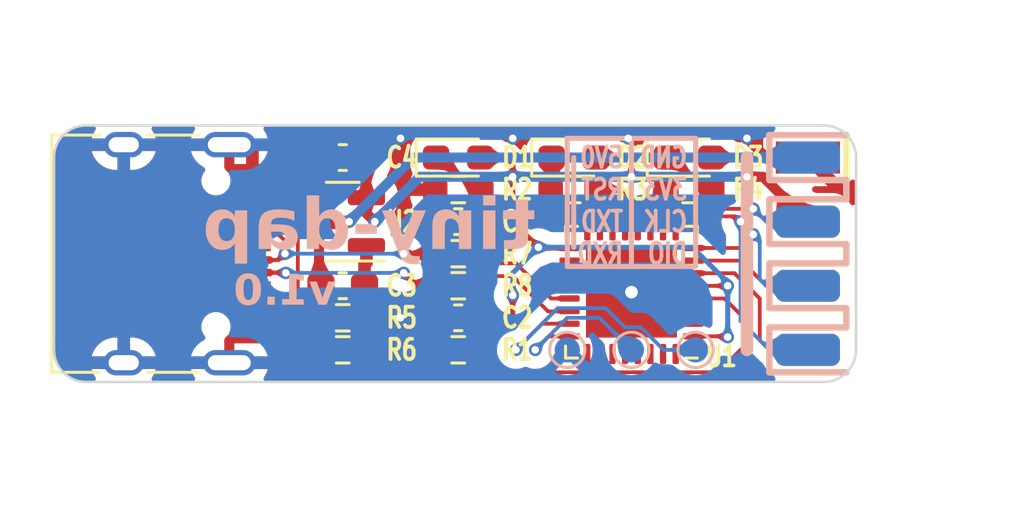
<source format=kicad_pcb>
(kicad_pcb (version 20221018) (generator pcbnew)
  (layers (0 "F.Cu" signal) (31 "B.Cu" signal) (34 "B.Paste" user) (35 "F.Paste" user) (36 "B.SilkS" user "B.Silkscreen") (37 "F.SilkS" user "F.Silkscreen") (38 "B.Mask" user) (39 "F.Mask" user) (44 "Edge.Cuts" user))
  (net 0 "")
  (net 1 "VDD")
  (net 2 "GND")
  (net 3 "/NRST")
  (net 4 "VCC")
  (net 5 "Net-(D1-K)")
  (net 6 "Net-(D2-K)")
  (net 7 "Net-(D3-K)")
  (net 8 "/PA4")
  (net 9 "/PA0")
  (net 10 "/PA2")
  (net 11 "/PA1")
  (net 12 "/PA3")
  (net 13 "Net-(J2-CC1)")
  (net 14 "Net-(J2-D+-PadA6)")
  (net 15 "Net-(J2-D--PadA7)")
  (net 17 "Net-(J2-CC2)")
  (net 19 "/PA5")
  (net 20 "/PA6")
  (net 21 "/PA11")
  (net 22 "/PA12")
  (net 23 "/PA14")
  (net 24 "/PA13")
  (footprint "Resistor_SMD:R_0603_1608Metric_Pad0.98x0.95mm_HandSolder" (layer "F.Cu") (at 36.83 46.99)
    (fp_text reference "R5" (at 1.651 0) (layer "F.SilkS") (effects (font (size 0.8 0.6)) (justify left)))
    (fp_text value "22R")
    (fp_line (start -0.254724 -0.5225) (end 0.254724 -0.5225) (stroke (width 0.12)) (layer "F.SilkS"))
    (fp_line (start -0.254724 0.5225) (end 0.254724 0.5225) (stroke (width 0.12)) (layer "F.SilkS"))
    (pad "1" smd roundrect (at -0.9125 0) (size 0.975 0.95) (layers "F.Cu" "F.Paste" "F.Mask") (net 13 "Net-(J2-CC1)"))
    (pad "2" smd roundrect (at 0.9125 0) (size 0.975 0.95) (layers "F.Cu" "F.Paste" "F.Mask") (net 2 "GND"))
  )
  (footprint "LED_SMD:LED_0603_1608Metric_Pad1.05x0.95mm_HandSolder" (layer "F.Cu") (at 41.402 40.64)
    (fp_text reference "D1" (at 1.651 0) (layer "F.SilkS") (effects (font (size 0.8 0.6)) (justify left)))
    (fp_text value "LED")
    (fp_line (start -1.66 -0.735) (end -1.66 0.735) (stroke (width 0.12)) (layer "F.SilkS"))
    (fp_line (start -1.66 0.735) (end 0.8 0.735) (stroke (width 0.12)) (layer "F.SilkS"))
    (fp_line (start 0.8 -0.735) (end -1.66 -0.735) (stroke (width 0.12)) (layer "F.SilkS"))
    (pad "1" smd roundrect (at -0.875 0) (size 1.05 0.95) (layers "F.Cu" "F.Paste" "F.Mask") (net 5 "Net-(D1-K)"))
    (pad "2" smd roundrect (at 0.875 0) (size 1.05 0.95) (layers "F.Cu" "F.Paste" "F.Mask") (net 1 "VDD"))
  )
  (footprint "Capacitor_SMD:C_0603_1608Metric_Pad1.08x0.95mm_HandSolder" (layer "F.Cu") (at 36.83 40.64 180)
    (fp_text reference "C4" (at -1.651 0) (layer "F.SilkS") (effects (font (size 0.8 0.6)) (justify left)))
    (fp_text value "1uF")
    (fp_line (start -0.146267 -0.51) (end 0.146267 -0.51) (stroke (width 0.12)) (layer "F.SilkS"))
    (fp_line (start -0.146267 0.51) (end 0.146267 0.51) (stroke (width 0.12)) (layer "F.SilkS"))
    (pad "1" smd roundrect (at -0.8625 0 180) (size 1.075 0.95) (layers "F.Cu" "F.Paste" "F.Mask") (net 1 "VDD"))
    (pad "2" smd roundrect (at 0.8625 0 180) (size 1.075 0.95) (layers "F.Cu" "F.Paste" "F.Mask") (net 2 "GND"))
  )
  (footprint "Resistor_SMD:R_0603_1608Metric_Pad0.98x0.95mm_HandSolder" (layer "F.Cu") (at 50.546 41.91)
    (fp_text reference "R4" (at 1.651 0) (layer "F.SilkS") (effects (font (size 0.8 0.6)) (justify left)))
    (fp_text value "4K7")
    (fp_line (start -0.254724 -0.5225) (end 0.254724 -0.5225) (stroke (width 0.12)) (layer "F.SilkS"))
    (fp_line (start -0.254724 0.5225) (end 0.254724 0.5225) (stroke (width 0.12)) (layer "F.SilkS"))
    (pad "1" smd roundrect (at -0.9125 0) (size 0.975 0.95) (layers "F.Cu" "F.Paste" "F.Mask") (net 19 "/PA5"))
    (pad "2" smd roundrect (at 0.9125 0) (size 0.975 0.95) (layers "F.Cu" "F.Paste" "F.Mask") (net 7 "Net-(D3-K)"))
  )
  (footprint "Connector_PinHeader_2.54mm:PinHeader_2x04_P2.54mm_Horizonal_Edge" (layer "F.Cu") (at 55.245 44.45)
    (fp_text reference "J1" hide)
    (fp_text value "Conn_02x04_Odd_Even")
    (fp_line (start -1.524 -4.699) (end -1.524 -2.921) (stroke (width 0.254)) (layer "B.SilkS"))
    (fp_line (start -1.524 -2.921) (end 1.524 -2.921) (stroke (width 0.254)) (layer "B.SilkS"))
    (fp_line (start -1.524 -2.159) (end -1.524 -0.381) (stroke (width 0.254)) (layer "B.SilkS"))
    (fp_line (start -1.524 -0.381) (end 1.524 -0.381) (stroke (width 0.254)) (layer "B.SilkS"))
    (fp_line (start -1.524 0.381) (end -1.524 2.159) (stroke (width 0.254)) (layer "B.SilkS"))
    (fp_line (start -1.524 2.159) (end 1.524 2.159) (stroke (width 0.254)) (layer "B.SilkS"))
    (fp_line (start -1.524 2.921) (end -1.524 4.699) (stroke (width 0.254)) (layer "B.SilkS"))
    (fp_line (start -1.524 4.699) (end 1.524 4.699) (stroke (width 0.254)) (layer "B.SilkS"))
    (fp_line (start 1.524 -4.699) (end -1.524 -4.699) (stroke (width 0.254)) (layer "B.SilkS"))
    (fp_line (start 1.524 -2.921) (end 1.524 -2.159) (stroke (width 0.254)) (layer "B.SilkS"))
    (fp_line (start 1.524 -2.159) (end -1.524 -2.159) (stroke (width 0.254)) (layer "B.SilkS"))
    (fp_line (start 1.524 -0.381) (end 1.524 0.381) (stroke (width 0.254)) (layer "B.SilkS"))
    (fp_line (start 1.524 0.381) (end -1.524 0.381) (stroke (width 0.254)) (layer "B.SilkS"))
    (fp_line (start 1.524 2.159) (end 1.524 2.921) (stroke (width 0.254)) (layer "B.SilkS"))
    (fp_line (start 1.524 2.921) (end -1.524 2.921) (stroke (width 0.254)) (layer "B.SilkS"))
    (fp_line (start -1.524 -4.699) (end -1.524 -2.921) (stroke (width 0.254)) (layer "F.SilkS"))
    (fp_line (start -1.524 -2.921) (end 1.524 -2.921) (stroke (width 0.254)) (layer "F.SilkS"))
    (fp_line (start -1.524 -2.159) (end -1.524 -0.381) (stroke (width 0.254)) (layer "F.SilkS"))
    (fp_line (start -1.524 -0.381) (end 1.524 -0.381) (stroke (width 0.254)) (layer "F.SilkS"))
    (fp_line (start -1.524 0.381) (end -1.524 2.159) (stroke (width 0.254)) (layer "F.SilkS"))
    (fp_line (start -1.524 2.159) (end 1.524 2.159) (stroke (width 0.254)) (layer "F.SilkS"))
    (fp_line (start -1.524 3.048) (end -1.524 4.572) (stroke (width 0.254)) (layer "F.SilkS"))
    (fp_line (start -1.524 4.699) (end 1.524 4.699) (stroke (width 0.254)) (layer "F.SilkS"))
    (fp_line (start 1.524 -4.699) (end -1.524 -4.699) (stroke (width 0.254)) (layer "F.SilkS"))
    (fp_line (start 1.524 -4.699) (end 1.524 -2.921) (stroke (width 0.254)) (layer "F.SilkS"))
    (fp_line (start 1.524 -2.921) (end 1.524 -2.159) (stroke (width 0.254)) (layer "F.SilkS"))
    (fp_line (start 1.524 -2.159) (end -1.524 -2.159) (stroke (width 0.254)) (layer "F.SilkS"))
    (fp_line (start 1.524 -0.381) (end 1.524 0.381) (stroke (width 0.254)) (layer "F.SilkS"))
    (fp_line (start 1.524 0.381) (end -1.524 0.381) (stroke (width 0.254)) (layer "F.SilkS"))
    (fp_line (start 1.524 2.159) (end 1.524 2.921) (stroke (width 0.254)) (layer "F.SilkS"))
    (fp_line (start 1.524 2.921) (end -1.524 2.921) (stroke (width 0.254)) (layer "F.SilkS"))
    (pad "1" smd rect (at 0 -3.81) (size 2.54 1.27) (layers "F.Cu" "F.Paste" "F.Mask") (net 2 "GND"))
    (pad "2" smd roundrect (at 0 -3.81) (size 2.54 1.27) (layers "B.Cu" "B.Paste" "B.Mask") (net 4 "VCC"))
    (pad "3" smd roundrect (at 0 -1.27) (size 2.54 1.27) (layers "F.Cu" "F.Paste" "F.Mask") (net 1 "VDD"))
    (pad "4" smd roundrect (at 0 -1.27) (size 2.54 1.27) (layers "B.Cu" "B.Paste" "B.Mask") (net 8 "/PA4"))
    (pad "5" smd roundrect (at 0 1.27) (size 2.54 1.27) (layers "F.Cu" "F.Paste" "F.Mask") (net 11 "/PA1"))
    (pad "6" smd roundrect (at 0 1.27) (size 2.54 1.27) (layers "B.Cu" "B.Paste" "B.Mask") (net 10 "/PA2"))
    (pad "7" smd roundrect (at 0 3.81) (size 2.54 1.27) (layers "F.Cu" "F.Paste" "F.Mask") (net 9 "/PA0"))
    (pad "8" smd roundrect (at 0 3.81) (size 2.54 1.27) (layers "B.Cu" "B.Paste" "B.Mask") (net 12 "/PA3"))
  )
  (footprint "Capacitor_SMD:C_0603_1608Metric_Pad1.08x0.95mm_HandSolder" (layer "F.Cu") (at 41.402 46.99 180)
    (fp_text reference "C2" (at -1.651 0) (layer "F.SilkS") (effects (font (size 0.8 0.6)) (justify left)))
    (fp_text value "100nF")
    (fp_line (start -0.146267 -0.51) (end 0.146267 -0.51) (stroke (width 0.12)) (layer "F.SilkS"))
    (fp_line (start -0.146267 0.51) (end 0.146267 0.51) (stroke (width 0.12)) (layer "F.SilkS"))
    (pad "1" smd roundrect (at -0.8625 0 180) (size 1.075 0.95) (layers "F.Cu" "F.Paste" "F.Mask") (net 3 "/NRST"))
    (pad "2" smd roundrect (at 0.8625 0 180) (size 1.075 0.95) (layers "F.Cu" "F.Paste" "F.Mask") (net 2 "GND"))
  )
  (footprint "Resistor_SMD:R_0603_1608Metric_Pad0.98x0.95mm_HandSolder" (layer "F.Cu") (at 41.402 48.26 180)
    (fp_text reference "R1" (at -1.651 0) (layer "F.SilkS") (effects (font (size 0.8 0.6)) (justify left)))
    (fp_text value "10K")
    (fp_line (start -0.254724 -0.5225) (end 0.254724 -0.5225) (stroke (width 0.12)) (layer "F.SilkS"))
    (fp_line (start -0.254724 0.5225) (end 0.254724 0.5225) (stroke (width 0.12)) (layer "F.SilkS"))
    (pad "1" smd roundrect (at -0.9125 0 180) (size 0.975 0.95) (layers "F.Cu" "F.Paste" "F.Mask") (net 1 "VDD"))
    (pad "2" smd roundrect (at 0.9125 0 180) (size 0.975 0.95) (layers "F.Cu" "F.Paste" "F.Mask") (net 3 "/NRST"))
  )
  (footprint "Resistor_SMD:R_0603_1608Metric_Pad0.98x0.95mm_HandSolder" (layer "F.Cu") (at 45.974 41.91 180)
    (fp_text reference "R3" (at -1.651 0) (layer "F.SilkS") (effects (font (size 0.8 0.6)) (justify left)))
    (fp_text value "4K7")
    (fp_line (start -0.254724 -0.5225) (end 0.254724 -0.5225) (stroke (width 0.12)) (layer "F.SilkS"))
    (fp_line (start -0.254724 0.5225) (end 0.254724 0.5225) (stroke (width 0.12)) (layer "F.SilkS"))
    (pad "1" smd roundrect (at -0.9125 0 180) (size 0.975 0.95) (layers "F.Cu" "F.Paste" "F.Mask") (net 20 "/PA6"))
    (pad "2" smd roundrect (at 0.9125 0 180) (size 0.975 0.95) (layers "F.Cu" "F.Paste" "F.Mask") (net 6 "Net-(D2-K)"))
  )
  (footprint "Resistor_SMD:R_0603_1608Metric_Pad0.98x0.95mm_HandSolder" (layer "F.Cu") (at 36.83 48.26)
    (fp_text reference "R6" (at 1.651 0) (layer "F.SilkS") (effects (font (size 0.8 0.6)) (justify left)))
    (fp_text value "22R")
    (fp_line (start -0.254724 -0.5225) (end 0.254724 -0.5225) (stroke (width 0.12)) (layer "F.SilkS"))
    (fp_line (start -0.254724 0.5225) (end 0.254724 0.5225) (stroke (width 0.12)) (layer "F.SilkS"))
    (pad "1" smd roundrect (at -0.9125 0) (size 0.975 0.95) (layers "F.Cu" "F.Paste" "F.Mask") (net 17 "Net-(J2-CC2)"))
    (pad "2" smd roundrect (at 0.9125 0) (size 0.975 0.95) (layers "F.Cu" "F.Paste" "F.Mask") (net 2 "GND"))
  )
  (footprint "Connector_USB:USB_C_Receptacle_HRO_TYPE-C-31-M-12" (layer "F.Cu") (at 29.21 44.45 -90)
    (fp_text reference "J2" hide)
    (fp_text value "USB_C_Receptacle_USB2.0")
    (fp_line (start -4.7 -1.9) (end -4.7 0.1) (stroke (width 0.12)) (layer "F.SilkS"))
    (fp_line (start -4.7 2) (end -4.7 3.9) (stroke (width 0.12)) (layer "F.SilkS"))
    (fp_line (start -4.7 3.9) (end 4.7 3.9) (stroke (width 0.12)) (layer "F.SilkS"))
    (fp_line (start 4.7 -1.9) (end 4.7 0.1) (stroke (width 0.12)) (layer "F.SilkS"))
    (fp_line (start 4.7 2) (end 4.7 3.9) (stroke (width 0.12)) (layer "F.SilkS"))
    (pad "" np_thru_hole circle (at -2.89 -2.6 270) (size 0.65 0.65) (drill 0.65) (layers "*.Cu" "*.Mask"))
    (pad "" np_thru_hole circle (at 2.89 -2.6 270) (size 0.65 0.65) (drill 0.65) (layers "*.Cu" "*.Mask"))
    (pad "A1" smd rect (at -3.25 -4.045 270) (size 0.6 1.45) (layers "F.Cu" "F.Paste" "F.Mask") (net 2 "GND"))
    (pad "A4" smd rect (at -2.45 -4.045 270) (size 0.6 1.45) (layers "F.Cu" "F.Paste" "F.Mask") (net 4 "VCC"))
    (pad "A5" smd rect (at -1.25 -4.045 270) (size 0.3 1.45) (layers "F.Cu" "F.Paste" "F.Mask") (net 13 "Net-(J2-CC1)"))
    (pad "A6" smd rect (at -0.25 -4.045 270) (size 0.3 1.45) (layers "F.Cu" "F.Paste" "F.Mask") (net 14 "Net-(J2-D+-PadA6)"))
    (pad "A7" smd rect (at 0.25 -4.045 270) (size 0.3 1.45) (layers "F.Cu" "F.Paste" "F.Mask") (net 15 "Net-(J2-D--PadA7)"))
    (pad "A8" smd rect (at 1.25 -4.045 270) (size 0.3 1.45) (layers "F.Cu" "F.Paste" "F.Mask"))
    (pad "A9" smd rect (at 2.45 -4.045 270) (size 0.6 1.45) (layers "F.Cu" "F.Paste" "F.Mask") (net 4 "VCC"))
    (pad "A12" smd rect (at 3.25 -4.045 270) (size 0.6 1.45) (layers "F.Cu" "F.Paste" "F.Mask") (net 2 "GND"))
    (pad "B1" smd rect (at 3.25 -4.045 270) (size 0.6 1.45) (layers "F.Cu" "F.Paste" "F.Mask") (net 2 "GND"))
    (pad "B4" smd rect (at 2.45 -4.045 270) (size 0.6 1.45) (layers "F.Cu" "F.Paste" "F.Mask") (net 4 "VCC"))
    (pad "B5" smd rect (at 1.75 -4.045 270) (size 0.3 1.45) (layers "F.Cu" "F.Paste" "F.Mask") (net 17 "Net-(J2-CC2)"))
    (pad "B6" smd rect (at 0.75 -4.045 270) (size 0.3 1.45) (layers "F.Cu" "F.Paste" "F.Mask") (net 14 "Net-(J2-D+-PadA6)"))
    (pad "B7" smd rect (at -0.75 -4.045 270) (size 0.3 1.45) (layers "F.Cu" "F.Paste" "F.Mask") (net 15 "Net-(J2-D--PadA7)"))
    (pad "B8" smd rect (at -1.75 -4.045 270) (size 0.3 1.45) (layers "F.Cu" "F.Paste" "F.Mask"))
    (pad "B9" smd rect (at -2.45 -4.045 270) (size 0.6 1.45) (layers "F.Cu" "F.Paste" "F.Mask") (net 4 "VCC"))
    (pad "B12" smd rect (at -3.25 -4.045 270) (size 0.6 1.45) (layers "F.Cu" "F.Paste" "F.Mask") (net 2 "GND"))
    (pad "S1" thru_hole oval (at -4.32 -3.13 270) (size 1 2.1) (drill oval 0.6 1.7) (layers "*.Cu" "*.Mask") (net 2 "GND"))
    (pad "S1" thru_hole oval (at -4.32 1.05 270) (size 1 1.6) (drill oval 0.6 1.2) (layers "*.Cu" "*.Mask") (net 2 "GND"))
    (pad "S1" thru_hole oval (at 4.32 -3.13 270) (size 1 2.1) (drill oval 0.6 1.7) (layers "*.Cu" "*.Mask") (net 2 "GND"))
    (pad "S1" thru_hole oval (at 4.32 1.05 270) (size 1 1.6) (drill oval 0.6 1.2) (layers "*.Cu" "*.Mask") (net 2 "GND"))
  )
  (footprint "Capacitor_SMD:C_0603_1608Metric_Pad1.08x0.95mm_HandSolder" (layer "F.Cu") (at 36.83 45.72)
    (fp_text reference "C3" (at 1.651 0) (layer "F.SilkS") (effects (font (size 0.8 0.6)) (justify left)))
    (fp_text value "1uF")
    (fp_line (start -0.146267 -0.51) (end 0.146267 -0.51) (stroke (width 0.12)) (layer "F.SilkS"))
    (fp_line (start -0.146267 0.51) (end 0.146267 0.51) (stroke (width 0.12)) (layer "F.SilkS"))
    (pad "1" smd roundrect (at -0.8625 0) (size 1.075 0.95) (layers "F.Cu" "F.Paste" "F.Mask") (net 4 "VCC"))
    (pad "2" smd roundrect (at 0.8625 0) (size 1.075 0.95) (layers "F.Cu" "F.Paste" "F.Mask") (net 2 "GND"))
  )
  (footprint "Resistor_SMD:R_0603_1608Metric_Pad0.98x0.95mm_HandSolder" (layer "F.Cu") (at 41.402 44.45)
    (fp_text reference "R7" (at 1.651 0) (layer "F.SilkS") (effects (font (size 0.8 0.6)) (justify left)))
    (fp_text value "22R")
    (fp_line (start -0.254724 -0.5225) (end 0.254724 -0.5225) (stroke (width 0.12)) (layer "F.SilkS"))
    (fp_line (start -0.254724 0.5225) (end 0.254724 0.5225) (stroke (width 0.12)) (layer "F.SilkS"))
    (pad "1" smd roundrect (at -0.9125 0) (size 0.975 0.95) (layers "F.Cu" "F.Paste" "F.Mask") (net 15 "Net-(J2-D--PadA7)"))
    (pad "2" smd roundrect (at 0.9125 0) (size 0.975 0.95) (layers "F.Cu" "F.Paste" "F.Mask") (net 21 "/PA11"))
  )
  (footprint "Resistor_SMD:R_0603_1608Metric_Pad0.98x0.95mm_HandSolder" (layer "F.Cu") (at 41.402 45.72)
    (fp_text reference "R8" (at 1.651 0) (layer "F.SilkS") (effects (font (size 0.8 0.6)) (justify left)))
    (fp_text value "22R")
    (fp_line (start -0.254724 -0.5225) (end 0.254724 -0.5225) (stroke (width 0.12)) (layer "F.SilkS"))
    (fp_line (start -0.254724 0.5225) (end 0.254724 0.5225) (stroke (width 0.12)) (layer "F.SilkS"))
    (pad "1" smd roundrect (at -0.9125 0) (size 0.975 0.95) (layers "F.Cu" "F.Paste" "F.Mask") (net 14 "Net-(J2-D+-PadA6)"))
    (pad "2" smd roundrect (at 0.9125 0) (size 0.975 0.95) (layers "F.Cu" "F.Paste" "F.Mask") (net 22 "/PA12"))
  )
  (footprint "Package_DFN_QFN:QFN-32-1EP_5x5mm_P0.5mm_EP3.6x3.6mm" (layer "F.Cu") (at 48.26 45.974 180)
    (fp_text reference "U1" (at -3.556 -2.54 180) (layer "F.SilkS") (effects (font (size 0.8 0.6))))
    (fp_text value "MCU")
    (fp_line (start -2.61 2.61) (end -2.61 2.135) (stroke (width 0.12)) (layer "F.SilkS"))
    (fp_line (start -2.135 -2.61) (end -2.61 -2.61) (stroke (width 0.12)) (layer "F.SilkS"))
    (fp_line (start -2.135 2.61) (end -2.61 2.61) (stroke (width 0.12)) (layer "F.SilkS"))
    (fp_line (start 2.135 -2.61) (end 2.61 -2.61) (stroke (width 0.12)) (layer "F.SilkS"))
    (fp_line (start 2.135 2.61) (end 2.61 2.61) (stroke (width 0.12)) (layer "F.SilkS"))
    (fp_line (start 2.61 -2.61) (end 2.61 -2.135) (stroke (width 0.12)) (layer "F.SilkS"))
    (fp_line (start 2.61 2.61) (end 2.61 2.135) (stroke (width 0.12)) (layer "F.SilkS"))
    (pad "1" smd roundrect (at -2.45 -1.75 180) (size 0.8 0.25) (layers "F.Cu" "F.Paste" "F.Mask") (net 1 "VDD"))
    (pad "2" smd roundrect (at -2.45 -1.25 180) (size 0.8 0.25) (layers "F.Cu" "F.Paste" "F.Mask"))
    (pad "3" smd roundrect (at -2.45 -0.75 180) (size 0.8 0.25) (layers "F.Cu" "F.Paste" "F.Mask"))
    (pad "4" smd roundrect (at -2.45 -0.25 180) (size 0.8 0.25) (layers "F.Cu" "F.Paste" "F.Mask") (net 3 "/NRST"))
    (pad "5" smd roundrect (at -2.45 0.25 180) (size 0.8 0.25) (layers "F.Cu" "F.Paste" "F.Mask") (net 1 "VDD"))
    (pad "6" smd roundrect (at -2.45 0.75 180) (size 0.8 0.25) (layers "F.Cu" "F.Paste" "F.Mask") (net 9 "/PA0"))
    (pad "7" smd roundrect (at -2.45 1.25 180) (size 0.8 0.25) (layers "F.Cu" "F.Paste" "F.Mask") (net 11 "/PA1"))
    (pad "8" smd roundrect (at -2.45 1.75 180) (size 0.8 0.25) (layers "F.Cu" "F.Paste" "F.Mask") (net 10 "/PA2"))
    (pad "9" smd roundrect (at -1.75 2.45 180) (size 0.25 0.8) (layers "F.Cu" "F.Paste" "F.Mask") (net 12 "/PA3"))
    (pad "10" smd roundrect (at -1.25 2.45 180) (size 0.25 0.8) (layers "F.Cu" "F.Paste" "F.Mask") (net 8 "/PA4"))
    (pad "11" smd roundrect (at -0.75 2.45 180) (size 0.25 0.8) (layers "F.Cu" "F.Paste" "F.Mask") (net 19 "/PA5"))
    (pad "12" smd roundrect (at -0.25 2.45 180) (size 0.25 0.8) (layers "F.Cu" "F.Paste" "F.Mask") (net 20 "/PA6"))
    (pad "13" smd roundrect (at 0.25 2.45 180) (size 0.25 0.8) (layers "F.Cu" "F.Paste" "F.Mask"))
    (pad "14" smd roundrect (at 0.75 2.45 180) (size 0.25 0.8) (layers "F.Cu" "F.Paste" "F.Mask"))
    (pad "15" smd roundrect (at 1.25 2.45 180) (size 0.25 0.8) (layers "F.Cu" "F.Paste" "F.Mask"))
    (pad "16" smd roundrect (at 1.75 2.45 180) (size 0.25 0.8) (layers "F.Cu" "F.Paste" "F.Mask"))
    (pad "17" smd roundrect (at 2.45 1.75 180) (size 0.8 0.25) (layers "F.Cu" "F.Paste" "F.Mask") (net 1 "VDD"))
    (pad "18" smd roundrect (at 2.45 1.25 180) (size 0.8 0.25) (layers "F.Cu" "F.Paste" "F.Mask"))
    (pad "19" smd roundrect (at 2.45 0.75 180) (size 0.8 0.25) (layers "F.Cu" "F.Paste" "F.Mask"))
    (pad "20" smd roundrect (at 2.45 0.25 180) (size 0.8 0.25) (layers "F.Cu" "F.Paste" "F.Mask"))
    (pad "21" smd roundrect (at 2.45 -0.25 180) (size 0.8 0.25) (layers "F.Cu" "F.Paste" "F.Mask") (net 21 "/PA11"))
    (pad "22" smd roundrect (at 2.45 -0.75 180) (size 0.8 0.25) (layers "F.Cu" "F.Paste" "F.Mask") (net 22 "/PA12"))
    (pad "23" smd roundrect (at 2.45 -1.25 180) (size 0.8 0.25) (layers "F.Cu" "F.Paste" "F.Mask") (net 24 "/PA13"))
    (pad "24" smd roundrect (at 2.45 -1.75 180) (size 0.8 0.25) (layers "F.Cu" "F.Paste" "F.Mask") (net 23 "/PA14"))
    (pad "25" smd roundrect (at 1.75 -2.45 180) (size 0.25 0.8) (layers "F.Cu" "F.Paste" "F.Mask"))
    (pad "26" smd roundrect (at 1.25 -2.45 180) (size 0.25 0.8) (layers "F.Cu" "F.Paste" "F.Mask"))
    (pad "27" smd roundrect (at 0.75 -2.45 180) (size 0.25 0.8) (layers "F.Cu" "F.Paste" "F.Mask"))
    (pad "28" smd roundrect (at 0.25 -2.45 180) (size 0.25 0.8) (layers "F.Cu" "F.Paste" "F.Mask"))
    (pad "29" smd roundrect (at -0.25 -2.45 180) (size 0.25 0.8) (layers "F.Cu" "F.Paste" "F.Mask"))
    (pad "30" smd roundrect (at -0.75 -2.45 180) (size 0.25 0.8) (layers "F.Cu" "F.Paste" "F.Mask"))
    (pad "31" smd roundrect (at -1.25 -2.45 180) (size 0.25 0.8) (layers "F.Cu" "F.Paste" "F.Mask"))
    (pad "32" smd roundrect (at -1.75 -2.45 180) (size 0.25 0.8) (layers "F.Cu" "F.Paste" "F.Mask"))
    (pad "33" smd rect (at 0 0 180) (size 3.6 3.6) (layers "F.Cu" "F.Mask") (net 2 "GND"))
  )
  (footprint "Package_TO_SOT_SMD:SOT-23" (layer "F.Cu") (at 36.83 43.18 180)
    (fp_text reference "U2" (at -1.651 0) (layer "F.SilkS") (effects (font (size 0.8 0.6)) (justify left)))
    (fp_text value "XC6206PxxxMR")
    (fp_line (start 0 -1.56) (end -1.675 -1.56) (stroke (width 0.12)) (layer "F.SilkS"))
    (fp_line (start 0 -1.56) (end 0.65 -1.56) (stroke (width 0.12)) (layer "F.SilkS"))
    (fp_line (start 0 1.56) (end -0.65 1.56) (stroke (width 0.12)) (layer "F.SilkS"))
    (fp_line (start 0 1.56) (end 0.65 1.56) (stroke (width 0.12)) (layer "F.SilkS"))
    (pad "1" smd roundrect (at -0.9375 -0.95 180) (size 1.475 0.6) (layers "F.Cu" "F.Paste" "F.Mask") (net 2 "GND"))
    (pad "2" smd roundrect (at -0.9375 0.95 180) (size 1.475 0.6) (layers "F.Cu" "F.Paste" "F.Mask") (net 1 "VDD"))
    (pad "3" smd roundrect (at 0.9375 0 180) (size 1.475 0.6) (layers "F.Cu" "F.Paste" "F.Mask") (net 4 "VCC"))
  )
  (footprint "LED_SMD:LED_0603_1608Metric_Pad1.05x0.95mm_HandSolder" (layer "F.Cu") (at 45.974 40.64)
    (fp_text reference "D2" (at 1.651 0) (layer "F.SilkS") (effects (font (size 0.8 0.6)) (justify left)))
    (fp_text value "LED")
    (fp_line (start -1.66 -0.735) (end -1.66 0.735) (stroke (width 0.12)) (layer "F.SilkS"))
    (fp_line (start -1.66 0.735) (end 0.8 0.735) (stroke (width 0.12)) (layer "F.SilkS"))
    (fp_line (start 0.8 -0.735) (end -1.66 -0.735) (stroke (width 0.12)) (layer "F.SilkS"))
    (pad "1" smd roundrect (at -0.875 0) (size 1.05 0.95) (layers "F.Cu" "F.Paste" "F.Mask") (net 6 "Net-(D2-K)"))
    (pad "2" smd roundrect (at 0.875 0) (size 1.05 0.95) (layers "F.Cu" "F.Paste" "F.Mask") (net 1 "VDD"))
  )
  (footprint "Capacitor_SMD:C_0603_1608Metric_Pad1.08x0.95mm_HandSolder" (layer "F.Cu") (at 41.402 43.18 180)
    (fp_text reference "C1" (at -1.651 0) (layer "F.SilkS") (effects (font (size 0.8 0.6)) (justify left)))
    (fp_text value "100nF")
    (fp_line (start -0.146267 -0.51) (end 0.146267 -0.51) (stroke (width 0.12)) (layer "F.SilkS"))
    (fp_line (start -0.146267 0.51) (end 0.146267 0.51) (stroke (width 0.12)) (layer "F.SilkS"))
    (pad "1" smd roundrect (at -0.8625 0 180) (size 1.075 0.95) (layers "F.Cu" "F.Paste" "F.Mask") (net 1 "VDD"))
    (pad "2" smd roundrect (at 0.8625 0 180) (size 1.075 0.95) (layers "F.Cu" "F.Paste" "F.Mask") (net 2 "GND"))
  )
  (footprint "LED_SMD:LED_0603_1608Metric_Pad1.05x0.95mm_HandSolder" (layer "F.Cu") (at 50.546 40.64)
    (fp_text reference "D3" (at 1.651 0) (layer "F.SilkS") (effects (font (size 0.8 0.6)) (justify left)))
    (fp_text value "LED")
    (fp_line (start -1.66 -0.735) (end -1.66 0.735) (stroke (width 0.12)) (layer "F.SilkS"))
    (fp_line (start -1.66 0.735) (end 0.8 0.735) (stroke (width 0.12)) (layer "F.SilkS"))
    (fp_line (start 0.8 -0.735) (end -1.66 -0.735) (stroke (width 0.12)) (layer "F.SilkS"))
    (pad "1" smd roundrect (at -0.875 0) (size 1.05 0.95) (layers "F.Cu" "F.Paste" "F.Mask") (net 7 "Net-(D3-K)"))
    (pad "2" smd roundrect (at 0.875 0) (size 1.05 0.95) (layers "F.Cu" "F.Paste" "F.Mask") (net 1 "VDD"))
  )
  (footprint "Resistor_SMD:R_0603_1608Metric_Pad0.98x0.95mm_HandSolder" (layer "F.Cu") (at 41.402 41.91)
    (fp_text reference "R2" (at 1.651 0) (layer "F.SilkS") (effects (font (size 0.8 0.6)) (justify left)))
    (fp_text value "4K7")
    (fp_line (start -0.254724 -0.5225) (end 0.254724 -0.5225) (stroke (width 0.12)) (layer "F.SilkS"))
    (fp_line (start -0.254724 0.5225) (end 0.254724 0.5225) (stroke (width 0.12)) (layer "F.SilkS"))
    (pad "1" smd roundrect (at -0.9125 0) (size 0.975 0.95) (layers "F.Cu" "F.Paste" "F.Mask") (net 2 "GND"))
    (pad "2" smd roundrect (at 0.9125 0) (size 0.975 0.95) (layers "F.Cu" "F.Paste" "F.Mask") (net 5 "Net-(D1-K)"))
  )
  (footprint "TestPoint:TestPoint_Pad_D1.0mm" (layer "B.Cu") (at 45.72 48.26 180)
    (fp_text reference "TP3" hide)
    (fp_text value "GND")
    (fp_circle (center 0 0) (end 0 -0.7) (stroke (width 0.12)) (fill none) (layer "B.SilkS"))
    (pad "1" smd circle (at 0 0 180) (size 1 1) (layers "B.Cu" "B.Mask") (net 2 "GND"))
  )
  (footprint "TestPoint:TestPoint_Pad_D1.0mm" (layer "B.Cu") (at 50.8 48.26 180)
    (fp_text reference "TP2" hide)
    (fp_text value "SWCLK")
    (fp_circle (center 0 0) (end 0 -0.7) (stroke (width 0.12)) (fill none) (layer "B.SilkS"))
    (pad "1" smd circle (at 0 0 180) (size 1 1) (layers "B.Cu" "B.Mask") (net 24 "/PA13"))
  )
  (footprint "TestPoint:TestPoint_Pad_D1.0mm" (layer "B.Cu") (at 48.26 48.26 180)
    (fp_text reference "TP1" hide)
    (fp_text value "SWCLK")
    (fp_circle (center 0 0) (end 0 -0.7) (stroke (width 0.12)) (fill none) (layer "B.SilkS"))
    (pad "1" smd circle (at 0 0 180) (size 1 1) (layers "B.Cu" "B.Mask") (net 23 "/PA14"))
  )
  (gr_rect (start 45.72 39.878) (end 50.8 44.958) (stroke (width 0.2)) (fill none) (layer "B.SilkS"))
  (gr_line (start 48.26 39.878) (end 48.26 44.958) (stroke (width 0.2)) (layer "B.SilkS"))
  (gr_line (start 52.832 40.64) (end 52.832 48.26) (stroke (width 0.5)) (layer "B.SilkS"))
  (gr_line (start 45.974 40.64) (end 45.974 44.196) (stroke (width 0.2)) (layer "B.SilkS"))
  (gr_line (start 55.88 39.37) (end 26.67 39.37) (stroke (width 0.1)) (layer "Edge.Cuts"))
  (gr_arc (start 26.67 49.53) (mid 25.771974 49.158026) (end 25.4 48.26) (stroke (width 0.1)) (layer "Edge.Cuts"))
  (gr_line (start 26.67 49.53) (end 55.88 49.53) (stroke (width 0.1)) (layer "Edge.Cuts"))
  (gr_arc (start 55.88 39.37) (mid 56.778026 39.741974) (end 57.15 40.64) (stroke (width 0.1)) (layer "Edge.Cuts"))
  (gr_line (start 25.4 40.64) (end 25.4 48.26) (stroke (width 0.1)) (layer "Edge.Cuts"))
  (gr_arc (start 57.15 48.26) (mid 56.778026 49.158026) (end 55.88 49.53) (stroke (width 0.1)) (layer "Edge.Cuts"))
  (gr_arc (start 25.4 40.64) (mid 25.771974 39.741974) (end 26.67 39.37) (stroke (width 0.1)) (layer "Edge.Cuts"))
  (gr_line (start 57.15 40.64) (end 57.15 48.26) (stroke (width 0.1)) (layer "Edge.Cuts"))
  (gr_text "tiny-dap" (at 44.45 43.434) (layer "B.SilkS") (effects (font (size 2 2) (thickness 0.5) bold) (justify left mirror)))
  (gr_text "DIO" (at 50.546 44.45) (layer "B.SilkS") (effects (font (size 0.8 0.6)) (justify left mirror)))
  (gr_text "RST" (at 48.006 41.91) (layer "B.SilkS") (effects (font (size 0.8 0.6)) (justify left mirror)))
  (gr_text "GND" (at 50.546 40.64) (layer "B.SilkS") (effects (font (size 0.8 0.6)) (justify left mirror)))
  (gr_text "v1.0" (at 36.576 45.974) (layer "B.SilkS") (effects (font (size 1.2 1.2) (thickness 0.3) bold) (justify left mirror)))
  (gr_text "TXD" (at 48.006 43.18) (layer "B.SilkS") (effects (font (size 0.8 0.6)) (justify left mirror)))
  (gr_text "3V3" (at 50.546 41.91) (layer "B.SilkS") (effects (font (size 0.8 0.6)) (justify left mirror)))
  (gr_text "5V0" (at 48.006 40.64) (layer "B.SilkS") (effects (font (size 0.8 0.6)) (justify left mirror)))
  (gr_text "RXD" (at 48.006 44.45) (layer "B.SilkS") (effects (font (size 0.8 0.6)) (justify left mirror)))
  (gr_text "CLK" (at 50.546 43.18) (layer "B.SilkS") (effects (font (size 0.8 0.6)) (justify left mirror)))
  (segment (start 44.577 44.196) (end 43.561 43.18) (width 0.2) (layer "F.Cu") (net 1))
  (segment (start 43.561 46.101) (end 43.561 47.0135) (width 0.2) (layer "F.Cu") (net 1))
  (segment (start 37.7675 40.715) (end 37.6925 40.64) (width 0.4) (layer "F.Cu") (net 1))
  (segment (start 52.832 40.894) (end 52.832 41.402) (width 0.2) (layer "F.Cu") (net 1))
  (segment (start 46.849 40.64) (end 48.006 40.64) (width 0.2) (layer "F.Cu") (net 1))
  (segment (start 50.71 47.724) (end 52.042 47.724) (width 0.15) (layer "F.Cu") (net 1))
  (segment (start 37.7675 42.8475) (end 38.1 43.18) (width 0.4) (layer "F.Cu") (net 1))
  (segment (start 51.421 40.64) (end 52.578 40.64) (width 0.2) (layer "F.Cu") (net 1))
  (segment (start 45.81 44.224) (end 44.605 44.224) (width 0.2) (layer "F.Cu") (net 1))
  (segment (start 43.561 40.894) (end 43.307 40.64) (width 0.2) (layer "F.Cu") (net 1))
  (segment (start 37.7675 42.23) (end 37.7675 40.715) (width 0.4) (layer "F.Cu") (net 1))
  (segment (start 43.561 43.18) (end 42.2645 43.18) (width 0.2) (layer "F.Cu") (net 1))
  (segment (start 52.832 41.402) (end 53.467 41.402) (width 0.4) (layer "F.Cu") (net 1))
  (segment (start 37.7675 42.23) (end 37.7675 42.8475) (width 0.4) (layer "F.Cu") (net 1))
  (segment (start 43.561 47.0135) (end 42.3145 48.26) (width 0.2) (layer "F.Cu") (net 1))
  (segment (start 50.71 45.724) (end 52.066 45.724) (width 0.15) (layer "F.Cu") (net 1))
  (segment (start 43.561 41.402) (end 43.561 40.894) (width 0.2) (layer "F.Cu") (net 1))
  (segment (start 48.26 40.894) (end 48.26 41.402) (width 0.2) (layer "F.Cu") (net 1))
  (segment (start 52.066 45.724) (end 52.07 45.72) (width 0.15) (layer "F.Cu") (net 1))
  (segment (start 48.006 40.64) (end 48.26 40.894) (width 0.2) (layer "F.Cu") (net 1))
  (segment (start 43.561 41.402) (end 43.561 43.18) (width 0.2) (layer "F.Cu") (net 1))
  (segment (start 43.307 40.64) (end 42.277 40.64) (width 0.2) (layer "F.Cu") (net 1))
  (segment (start 52.042 47.724) (end 52.07 47.752) (width 0.15) (layer "F.Cu") (net 1))
  (segment (start 52.578 40.64) (end 52.832 40.894) (width 0.2) (layer "F.Cu") (net 1))
  (segment (start 53.467 41.402) (end 55.245 43.18) (width 0.4) (layer "F.Cu") (net 1))
  (via (at 38.1 43.18) (size 0.5) (drill 0.3) (layers "F.Cu" "B.Cu") (net 1))
  (via (at 52.07 47.752) (size 0.5) (drill 0.3) (layers "F.Cu" "B.Cu") (net 1))
  (via (at 52.07 45.72) (size 0.5) (drill 0.3) (layers "F.Cu" "B.Cu") (net 1))
  (via (at 44.577 44.196) (size 0.5) (drill 0.3) (layers "F.Cu" "B.Cu") (net 1))
  (via (at 48.26 41.402) (size 0.5) (drill 0.3) (layers "F.Cu" "B.Cu") (net 1))
  (via (at 52.832 41.402) (size 0.5) (drill 0.3) (layers "F.Cu" "B.Cu") (net 1))
  (via (at 43.561 46.101) (size 0.5) (drill 0.3) (layers "F.Cu" "B.Cu") (net 1))
  (via (at 43.561 41.402) (size 0.5) (drill 0.3) (layers "F.Cu" "B.Cu") (net 1))
  (segment (start 43.561 41.402) (end 39.878 41.402) (width 0.4) (layer "B.Cu") (net 1))
  (segment (start 52.07 45.72) (end 52.07 47.752) (width 0.2) (layer "B.Cu") (net 1))
  (segment (start 44.577 44.196) (end 43.561 45.212) (width 0.2) (layer "B.Cu") (net 1))
  (segment (start 43.561 45.212) (end 43.561 46.101) (width 0.2) (layer "B.Cu") (net 1))
  (segment (start 52.832 41.402) (end 48.26 41.402) (width 0.4) (layer "B.Cu") (net 1))
  (segment (start 44.577 44.196) (end 50.673 44.196) (width 0.2) (layer "B.Cu") (net 1))
  (segment (start 50.673 44.196) (end 52.07 45.593) (width 0.2) (layer "B.Cu") (net 1))
  (segment (start 39.878 41.402) (end 38.1 43.18) (width 0.4) (layer "B.Cu") (net 1))
  (segment (start 52.07 45.593) (end 52.07 45.72) (width 0.2) (layer "B.Cu") (net 1))
  (segment (start 48.26 41.402) (end 43.561 41.402) (width 0.4) (layer "B.Cu") (net 1))
  (segment (start 32.34 40.993984) (end 32.546016 41.2) (width 0.4) (layer "F.Cu") (net 2))
  (segment (start 52.832 39.878) (end 53.594 40.64) (width 0.4) (layer "F.Cu") (net 2))
  (segment (start 32.546016 47.7) (end 33.255 47.7) (width 0.4) (layer "F.Cu") (net 2))
  (segment (start 32.34 47.906016) (end 32.546016 47.7) (width 0.4) (layer "F.Cu") (net 2))
  (segment (start 53.594 40.64) (end 55.245 40.64) (width 0.4) (layer "F.Cu") (net 2))
  (segment (start 32.34 40.13) (end 32.34 40.993984) (width 0.4) (layer "F.Cu") (net 2))
  (segment (start 32.546016 41.2) (end 33.255 41.2) (width 0.4) (layer "F.Cu") (net 2))
  (segment (start 32.34 48.77) (end 32.34 47.906016) (width 0.4) (layer "F.Cu") (net 2))
  (via (at 52.832 39.878) (size 0.5) (drill 0.3) (layers "F.Cu" "B.Cu") (net 2))
  (via (at 48.26 45.974) (size 0.8) (drill 0.5) (layers "F.Cu" "B.Cu") (net 2))
  (via (at 43.561 39.878) (size 0.5) (drill 0.3) (layers "F.Cu" "B.Cu") (net 2))
  (via (at 48.133 39.878) (size 0.5) (drill 0.3) (layers "F.Cu" "B.Cu") (net 2))
  (via (at 39.116 39.878) (size 0.5) (drill 0.3) (layers "F.Cu" "B.Cu") (net 2))
  (via (at 39.116 46.99) (size 0.5) (drill 0.3) (layers "F.Cu" "B.Cu") (net 2))
  (segment (start 42.08725 46.99) (end 42.2645 46.99) (width 0.15) (layer "F.Cu") (net 3))
  (segment (start 40.4895 48.26) (end 40.81725 48.26) (width 0.15) (layer "F.Cu") (net 3))
  (segment (start 52.705 48.133) (end 51.689 49.149) (width 0.15) (layer "F.Cu") (net 3))
  (segment (start 52.705 46.99) (end 52.705 48.133) (width 0.15) (layer "F.Cu") (net 3))
  (segment (start 51.689 49.149) (end 41.3785 49.149) (width 0.15) (layer "F.Cu") (net 3))
  (segment (start 40.81725 48.26) (end 42.08725 46.99) (width 0.15) (layer "F.Cu") (net 3))
  (segment (start 51.939 46.224) (end 52.705 46.99) (width 0.15) (layer "F.Cu") (net 3))
  (segment (start 50.71 46.224) (end 51.939 46.224) (width 0.15) (layer "F.Cu") (net 3))
  (segment (start 41.3785 49.149) (end 40.4895 48.26) (width 0.15) (layer "F.Cu") (net 3))
  (segment (start 33.255 42) (end 32.466016 42) (width 0.4) (layer "F.Cu") (net 4))
  (segment (start 35.8925 45.645) (end 35.9675 45.72) (width 0.4) (layer "F.Cu") (net 4))
  (segment (start 35.8925 43.18) (end 35.8925 45.645) (width 0.4) (layer "F.Cu") (net 4))
  (segment (start 34.38 42) (end 35.56 43.18) (width 0.4) (layer "F.Cu") (net 4))
  (segment (start 31.115 45.548984) (end 32.466016 46.9) (width 0.4) (layer "F.Cu") (net 4))
  (segment (start 33.255 42) (end 34.38 42) (width 0.4) (layer "F.Cu") (net 4))
  (segment (start 35.8925 43.18) (end 37.084 43.18) (width 0.4) (layer "F.Cu") (net 4))
  (segment (start 31.115 43.351016) (end 31.115 45.548984) (width 0.4) (layer "F.Cu") (net 4))
  (segment (start 32.466016 42) (end 31.115 43.351016) (width 0.4) (layer "F.Cu") (net 4))
  (segment (start 32.466016 46.9) (end 33.255 46.9) (width 0.4) (layer "F.Cu") (net 4))
  (via (at 37.084 43.18) (size 0.5) (drill 0.3) (layers "F.Cu" "B.Cu") (net 4))
  (segment (start 37.084 43.18) (end 39.624 40.64) (width 0.4) (layer "B.Cu") (net 4))
  (segment (start 39.624 40.64) (end 55.245 40.64) (width 0.4) (layer "B.Cu") (net 4))
  (segment (start 40.767 40.64) (end 42.037 41.91) (width 0.2) (layer "F.Cu") (net 5))
  (segment (start 40.527 40.64) (end 40.767 40.64) (width 0.2) (layer "F.Cu") (net 5))
  (segment (start 42.037 41.91) (end 42.3145 41.91) (width 0.2) (layer "F.Cu") (net 5))
  (segment (start 45.099 41.8725) (end 45.0615 41.91) (width 0.2) (layer "F.Cu") (net 6))
  (segment (start 45.099 40.64) (end 45.099 41.8725) (width 0.2) (layer "F.Cu") (net 6))
  (segment (start 49.671 40.64) (end 49.911 40.64) (width 0.2) (layer "F.Cu") (net 7))
  (segment (start 51.181 41.91) (end 51.4585 41.91) (width 0.2) (layer "F.Cu") (net 7))
  (segment (start 49.911 40.64) (end 51.181 41.91) (width 0.2) (layer "F.Cu") (net 7))
  (segment (start 49.784 42.672) (end 49.51 42.946) (width 0.15) (layer "F.Cu") (net 8))
  (segment (start 49.51 42.946) (end 49.51 43.524) (width 0.15) (layer "F.Cu") (net 8))
  (segment (start 53.086 42.672) (end 49.784 42.672) (width 0.15) (layer "F.Cu") (net 8))
  (via (at 53.086 42.672) (size 0.5) (drill 0.3) (layers "F.Cu" "B.Cu") (net 8))
  (segment (start 53.594 43.18) (end 55.245 43.18) (width 0.15) (layer "B.Cu") (net 8))
  (segment (start 53.086 42.672) (end 53.594 43.18) (width 0.15) (layer "B.Cu") (net 8))
  (segment (start 53.34 46.228) (end 53.34 47.879) (width 0.15) (layer "F.Cu") (net 9))
  (segment (start 53.34 47.879) (end 53.721 48.26) (width 0.15) (layer "F.Cu") (net 9))
  (segment (start 53.721 48.26) (end 55.245 48.26) (width 0.15) (layer "F.Cu") (net 9))
  (segment (start 52.336 45.224) (end 53.34 46.228) (width 0.15) (layer "F.Cu") (net 9))
  (segment (start 50.71 45.224) (end 52.336 45.224) (width 0.15) (layer "F.Cu") (net 9))
  (segment (start 53.086 43.688) (end 52.55 44.224) (width 0.15) (layer "F.Cu") (net 10))
  (segment (start 52.55 44.224) (end 50.71 44.224) (width 0.15) (layer "F.Cu") (net 10))
  (via (at 53.086 43.688) (size 0.5) (drill 0.3) (layers "F.Cu" "B.Cu") (net 10))
  (segment (start 53.34 43.942) (end 53.34 45.466) (width 0.15) (layer "B.Cu") (net 10))
  (segment (start 53.086 43.688) (end 53.34 43.942) (width 0.15) (layer "B.Cu") (net 10))
  (segment (start 53.594 45.72) (end 55.245 45.72) (width 0.15) (layer "B.Cu") (net 10))
  (segment (start 53.34 45.466) (end 53.594 45.72) (width 0.15) (layer "B.Cu") (net 10))
  (segment (start 53.594 45.72) (end 55.245 45.72) (width 0.15) (layer "F.Cu") (net 11))
  (segment (start 52.598 44.724) (end 53.594 45.72) (width 0.15) (layer "F.Cu") (net 11))
  (segment (start 50.71 44.724) (end 52.598 44.724) (width 0.15) (layer "F.Cu") (net 11))
  (segment (start 52.37 42.972) (end 50.246 42.972) (width 0.15) (layer "F.Cu") (net 12))
  (segment (start 50.01 43.208) (end 50.01 43.524) (width 0.15) (layer "F.Cu") (net 12))
  (segment (start 50.246 42.972) (end 50.01 43.208) (width 0.15) (layer "F.Cu") (net 12))
  (segment (start 52.578 43.18) (end 52.37 42.972) (width 0.15) (layer "F.Cu") (net 12))
  (via (at 52.578 43.18) (size 0.5) (drill 0.3) (layers "F.Cu" "B.Cu") (net 12))
  (segment (start 52.578 43.18) (end 52.578 47.117) (width 0.15) (layer "B.Cu") (net 12))
  (segment (start 53.721 48.26) (end 55.245 48.26) (width 0.15) (layer "B.Cu") (net 12))
  (segment (start 52.578 47.117) (end 53.721 48.26) (width 0.15) (layer "B.Cu") (net 12))
  (segment (start 34.3735 43.2) (end 35.052 43.8785) (width 0.15) (layer "F.Cu") (net 13))
  (segment (start 35.052 46.736) (end 35.306 46.99) (width 0.15) (layer "F.Cu") (net 13))
  (segment (start 35.306 46.99) (end 35.9175 46.99) (width 0.15) (layer "F.Cu") (net 13))
  (segment (start 33.255 43.2) (end 34.3735 43.2) (width 0.15) (layer "F.Cu") (net 13))
  (segment (start 35.052 43.8785) (end 35.052 46.736) (width 0.15) (layer "F.Cu") (net 13))
  (segment (start 32.161 45.2) (end 33.255 45.2) (width 0.15) (layer "F.Cu") (net 14))
  (segment (start 32.127 44.2) (end 33.255 44.2) (width 0.15) (layer "F.Cu") (net 14))
  (segment (start 34.5655 45.2) (end 33.255 45.2) (width 0.15) (layer "F.Cu") (net 14))
  (segment (start 31.877 44.45) (end 32.127 44.2) (width 0.15) (layer "F.Cu") (net 14))
  (segment (start 39.751 45.72) (end 40.4895 45.72) (width 0.2) (layer "F.Cu") (net 14))
  (segment (start 31.877 44.916) (end 32.161 45.2) (width 0.15) (layer "F.Cu") (net 14))
  (segment (start 31.877 44.45) (end 31.877 44.916) (width 0.15) (layer "F.Cu") (net 14))
  (segment (start 34.5775 45.212) (end 34.5655 45.2) (width 0.15) (layer "F.Cu") (net 14))
  (segment (start 39.243 45.212) (end 39.751 45.72) (width 0.2) (layer "F.Cu") (net 14))
  (via (at 39.243 45.212) (size 0.5) (drill 0.3) (layers "F.Cu" "B.Cu") (net 14))
  (via (at 34.5775 45.212) (size 0.5) (drill 0.3) (layers "F.Cu" "B.Cu") (net 14))
  (segment (start 34.5775 45.212) (end 39.243 45.212) (width 0.15) (layer "B.Cu") (net 14))
  (segment (start 34.294 44.7) (end 33.255 44.7) (width 0.15) (layer "F.Cu") (net 15))
  (segment (start 40.4895 44.45) (end 39.243 44.45) (width 0.2) (layer "F.Cu") (net 15))
  (segment (start 34.544 44.45) (end 34.544 43.942) (width 0.15) (layer "F.Cu") (net 15))
  (segment (start 34.544 43.942) (end 34.302 43.7) (width 0.15) (layer "F.Cu") (net 15))
  (segment (start 34.544 44.45) (end 34.294 44.7) (width 0.15) (layer "F.Cu") (net 15))
  (segment (start 34.302 43.7) (end 33.255 43.7) (width 0.15) (layer "F.Cu") (net 15))
  (via (at 39.243 44.45) (size 0.5) (drill 0.3) (layers "F.Cu" "B.Cu") (net 15))
  (via (at 34.544 44.45) (size 0.5) (drill 0.3) (layers "F.Cu" "B.Cu") (net 15))
  (segment (start 34.544 44.45) (end 39.243 44.45) (width 0.15) (layer "B.Cu") (net 15))
  (segment (start 34.544 46.482) (end 34.544 48.006) (width 0.15) (layer "F.Cu") (net 17))
  (segment (start 34.544 48.006) (end 34.798 48.26) (width 0.15) (layer "F.Cu") (net 17))
  (segment (start 34.798 48.26) (end 35.9175 48.26) (width 0.15) (layer "F.Cu") (net 17))
  (segment (start 34.262 46.2) (end 34.544 46.482) (width 0.15) (layer "F.Cu") (net 17))
  (segment (start 33.255 46.2) (end 34.262 46.2) (width 0.15) (layer "F.Cu") (net 17))
  (segment (start 49.01 43.524) (end 49.01 42.5335) (width 0.15) (layer "F.Cu") (net 19))
  (segment (start 49.01 42.5335) (end 49.6335 41.91) (width 0.15) (layer "F.Cu") (net 19))
  (segment (start 48.51 43.524) (end 48.51 42.549) (width 0.15) (layer "F.Cu") (net 20))
  (segment (start 47.879 41.91) (end 46.8865 41.91) (width 0.15) (layer "F.Cu") (net 20))
  (segment (start 48.514 42.545) (end 47.879 41.91) (width 0.15) (layer "F.Cu") (net 20))
  (segment (start 48.51 42.549) (end 48.514 42.545) (width 0.15) (layer "F.Cu") (net 20))
  (segment (start 45.81 46.224) (end 45.081 46.224) (width 0.15) (layer "F.Cu") (net 21))
  (segment (start 45.081 46.224) (end 43.688 44.831) (width 0.15) (layer "F.Cu") (net 21))
  (segment (start 42.6955 44.831) (end 42.3145 44.45) (width 0.15) (layer "F.Cu") (net 21))
  (segment (start 43.688 44.831) (end 42.6955 44.831) (width 0.15) (layer "F.Cu") (net 21))
  (segment (start 45.835 46.724) (end 45.847 46.736) (width 0.15) (layer "F.Cu") (net 22))
  (segment (start 42.6955 45.339) (end 42.3145 45.72) (width 0.15) (layer "F.Cu") (net 22))
  (segment (start 43.561 45.339) (end 42.6955 45.339) (width 0.15) (layer "F.Cu") (net 22))
  (segment (start 45.847 46.736) (end 44.958 46.736) (width 0.15) (layer "F.Cu") (net 22))
  (segment (start 45.81 46.724) (end 45.835 46.724) (width 0.15) (layer "F.Cu") (net 22))
  (segment (start 44.958 46.736) (end 43.561 45.339) (width 0.15) (layer "F.Cu") (net 22))
  (segment (start 45.81 47.724) (end 44.986 47.724) (width 0.15) (layer "F.Cu") (net 23))
  (segment (start 44.986 47.724) (end 44.45 48.26) (width 0.15) (layer "F.Cu") (net 23))
  (via (at 44.45 48.26) (size 0.5) (drill 0.3) (layers "F.Cu" "B.Cu") (net 23))
  (segment (start 46.99 46.99) (end 48.26 48.26) (width 0.15) (layer "B.Cu") (net 23))
  (segment (start 44.45 48.26) (end 45.72 46.99) (width 0.15) (layer "B.Cu") (net 23))
  (segment (start 45.72 46.99) (end 46.99 46.99) (width 0.15) (layer "B.Cu") (net 23))
  (segment (start 44.724 47.224) (end 45.81 47.224) (width 0.15) (layer "F.Cu") (net 24))
  (segment (start 43.688 48.26) (end 44.724 47.224) (width 0.15) (layer "F.Cu") (net 24))
  (via (at 43.688 48.26) (size 0.5) (drill 0.3) (layers "F.Cu" "B.Cu") (net 24))
  (segment (start 48.006 47.371) (end 47.244 46.609) (width 0.15) (layer "B.Cu") (net 24))
  (segment (start 49.53 48.26) (end 48.641 47.371) (width 0.15) (layer "B.Cu") (net 24))
  (segment (start 47.244 46.609) (end 45.339 46.609) (width 0.15) (layer "B.Cu") (net 24))
  (segment (start 50.8 48.26) (end 49.53 48.26) (width 0.15) (layer "B.Cu") (net 24))
  (segment (start 45.339 46.609) (end 43.688 48.26) (width 0.15) (layer "B.Cu") (net 24))
  (segment (start 48.641 47.371) (end 48.006 47.371) (width 0.15) (layer "B.Cu") (net 24))
  (zone (net 2) (net_name "GND") (layers "F&B.Cu") (connect_pads (clearance 0.5)) (min_thickness 0.25) (fill yes (thermal_gap 0.5) (thermal_bridge_width 0.5))
    (polygon (pts (xy 24.13 38.1) (xy 24.13 50.8) (xy 58.42 50.8) (xy 58.42 38.1)))
  )
)
</source>
